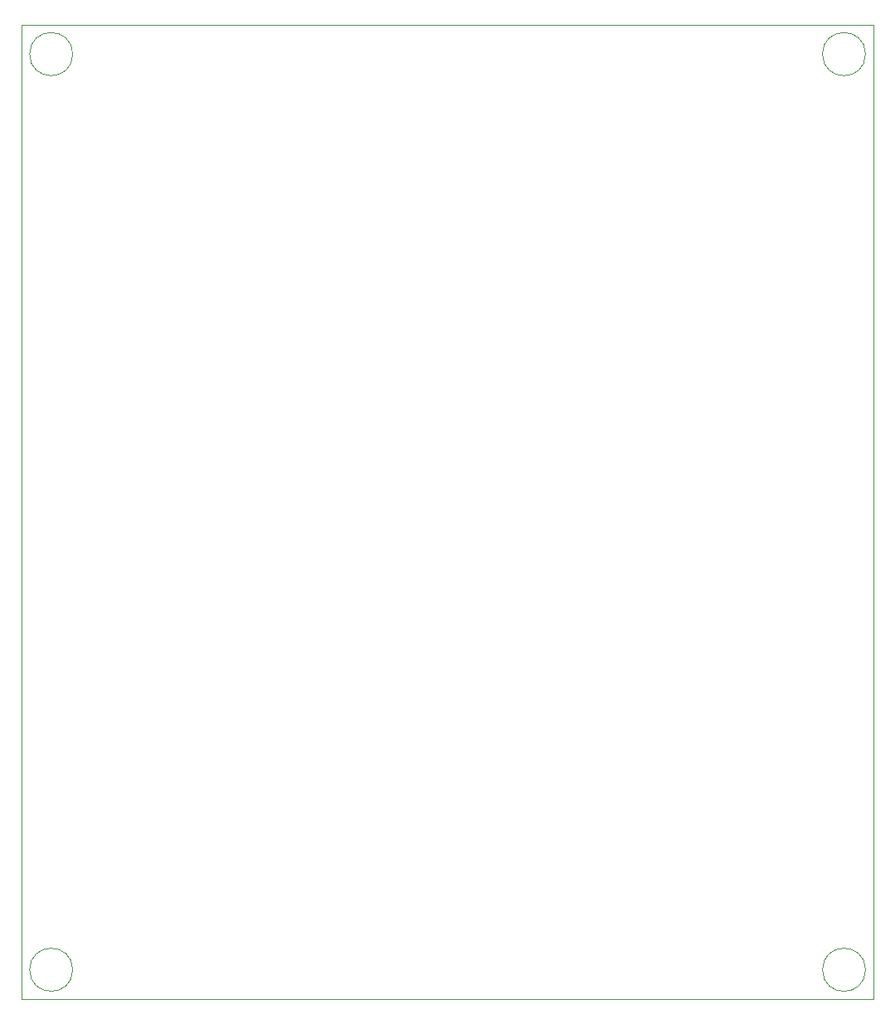
<source format=gbr>
%TF.GenerationSoftware,KiCad,Pcbnew,8.0.5*%
%TF.CreationDate,2025-04-21T16:13:32+05:30*%
%TF.ProjectId,arc,6172632e-6b69-4636-9164-5f7063625858,rev?*%
%TF.SameCoordinates,Original*%
%TF.FileFunction,Profile,NP*%
%FSLAX46Y46*%
G04 Gerber Fmt 4.6, Leading zero omitted, Abs format (unit mm)*
G04 Created by KiCad (PCBNEW 8.0.5) date 2025-04-21 16:13:32*
%MOMM*%
%LPD*%
G01*
G04 APERTURE LIST*
%TA.AperFunction,Profile*%
%ADD10C,0.100000*%
%TD*%
G04 APERTURE END LIST*
D10*
X113200000Y-129500000D02*
G75*
G02*
X108800000Y-129500000I-2200000J0D01*
G01*
X108800000Y-129500000D02*
G75*
G02*
X113200000Y-129500000I2200000J0D01*
G01*
X194200000Y-36000000D02*
G75*
G02*
X189800000Y-36000000I-2200000J0D01*
G01*
X189800000Y-36000000D02*
G75*
G02*
X194200000Y-36000000I2200000J0D01*
G01*
X108000000Y-33000000D02*
X195000000Y-33000000D01*
X195000000Y-132500000D01*
X108000000Y-132500000D01*
X108000000Y-33000000D01*
X113200000Y-36000000D02*
G75*
G02*
X108800000Y-36000000I-2200000J0D01*
G01*
X108800000Y-36000000D02*
G75*
G02*
X113200000Y-36000000I2200000J0D01*
G01*
X194200000Y-129500000D02*
G75*
G02*
X189800000Y-129500000I-2200000J0D01*
G01*
X189800000Y-129500000D02*
G75*
G02*
X194200000Y-129500000I2200000J0D01*
G01*
M02*

</source>
